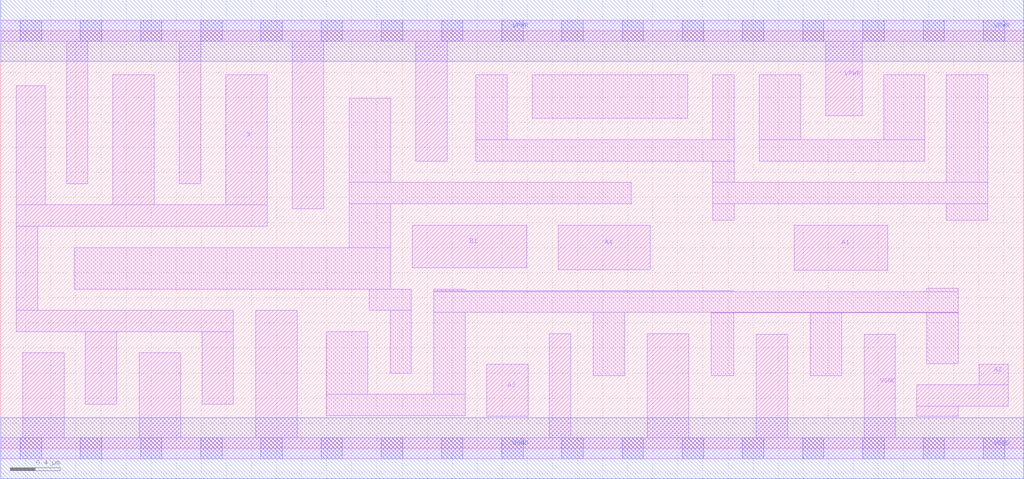
<source format=lef>
# Copyright 2020 The SkyWater PDK Authors
#
# Licensed under the Apache License, Version 2.0 (the "License");
# you may not use this file except in compliance with the License.
# You may obtain a copy of the License at
#
#     https://www.apache.org/licenses/LICENSE-2.0
#
# Unless required by applicable law or agreed to in writing, software
# distributed under the License is distributed on an "AS IS" BASIS,
# WITHOUT WARRANTIES OR CONDITIONS OF ANY KIND, either express or implied.
# See the License for the specific language governing permissions and
# limitations under the License.
#
# SPDX-License-Identifier: Apache-2.0

VERSION 5.7 ;
  NAMESCASESENSITIVE ON ;
  NOWIREEXTENSIONATPIN ON ;
  DIVIDERCHAR "/" ;
  BUSBITCHARS "[]" ;
UNITS
  DATABASE MICRONS 200 ;
END UNITS
MACRO sky130_fd_sc_ms__o41a_4
  CLASS CORE ;
  SOURCE USER ;
  FOREIGN sky130_fd_sc_ms__o41a_4 ;
  ORIGIN  0.000000  0.000000 ;
  SIZE  8.160000 BY  3.330000 ;
  SYMMETRY X Y ;
  SITE unit ;
  PIN A1
    ANTENNAGATEAREA  0.595200 ;
    DIRECTION INPUT ;
    USE SIGNAL ;
    PORT
      LAYER li1 ;
        RECT 6.330000 1.420000 7.075000 1.780000 ;
    END
  END A1
  PIN A2
    ANTENNAGATEAREA  0.595200 ;
    DIRECTION INPUT ;
    USE SIGNAL ;
    PORT
      LAYER li1 ;
        RECT 7.305000 0.255000 7.635000 0.335000 ;
        RECT 7.305000 0.335000 8.035000 0.505000 ;
        RECT 7.805000 0.505000 8.035000 0.670000 ;
    END
  END A2
  PIN A3
    ANTENNAGATEAREA  0.595200 ;
    DIRECTION INPUT ;
    USE SIGNAL ;
    PORT
      LAYER li1 ;
        RECT 3.875000 0.255000 4.205000 0.670000 ;
    END
  END A3
  PIN A4
    ANTENNAGATEAREA  0.595200 ;
    DIRECTION INPUT ;
    USE SIGNAL ;
    PORT
      LAYER li1 ;
        RECT 4.445000 1.425000 5.180000 1.780000 ;
    END
  END A4
  PIN B1
    ANTENNAGATEAREA  0.494400 ;
    DIRECTION INPUT ;
    USE SIGNAL ;
    PORT
      LAYER li1 ;
        RECT 3.280000 1.440000 4.195000 1.780000 ;
    END
  END B1
  PIN X
    ANTENNADIFFAREA  1.019200 ;
    DIRECTION OUTPUT ;
    USE SIGNAL ;
    PORT
      LAYER li1 ;
        RECT 0.125000 0.930000 1.855000 1.100000 ;
        RECT 0.125000 1.100000 0.295000 1.770000 ;
        RECT 0.125000 1.770000 2.125000 1.940000 ;
        RECT 0.125000 1.940000 0.355000 2.890000 ;
        RECT 0.675000 0.350000 0.925000 0.930000 ;
        RECT 0.895000 1.940000 1.225000 2.980000 ;
        RECT 1.605000 0.350000 1.855000 0.930000 ;
        RECT 1.795000 1.940000 2.125000 2.980000 ;
    END
  END X
  PIN VGND
    DIRECTION INOUT ;
    USE GROUND ;
    PORT
      LAYER li1 ;
        RECT 0.000000 -0.085000 8.160000 0.085000 ;
        RECT 0.175000  0.085000 0.505000 0.760000 ;
        RECT 1.105000  0.085000 1.435000 0.760000 ;
        RECT 2.035000  0.085000 2.365000 1.100000 ;
        RECT 4.375000  0.085000 4.545000 0.915000 ;
        RECT 5.155000  0.085000 5.485000 0.915000 ;
        RECT 6.025000  0.085000 6.275000 0.910000 ;
        RECT 6.885000  0.085000 7.135000 0.910000 ;
      LAYER mcon ;
        RECT 0.155000 -0.085000 0.325000 0.085000 ;
        RECT 0.635000 -0.085000 0.805000 0.085000 ;
        RECT 1.115000 -0.085000 1.285000 0.085000 ;
        RECT 1.595000 -0.085000 1.765000 0.085000 ;
        RECT 2.075000 -0.085000 2.245000 0.085000 ;
        RECT 2.555000 -0.085000 2.725000 0.085000 ;
        RECT 3.035000 -0.085000 3.205000 0.085000 ;
        RECT 3.515000 -0.085000 3.685000 0.085000 ;
        RECT 3.995000 -0.085000 4.165000 0.085000 ;
        RECT 4.475000 -0.085000 4.645000 0.085000 ;
        RECT 4.955000 -0.085000 5.125000 0.085000 ;
        RECT 5.435000 -0.085000 5.605000 0.085000 ;
        RECT 5.915000 -0.085000 6.085000 0.085000 ;
        RECT 6.395000 -0.085000 6.565000 0.085000 ;
        RECT 6.875000 -0.085000 7.045000 0.085000 ;
        RECT 7.355000 -0.085000 7.525000 0.085000 ;
        RECT 7.835000 -0.085000 8.005000 0.085000 ;
      LAYER met1 ;
        RECT 0.000000 -0.245000 8.160000 0.245000 ;
    END
  END VGND
  PIN VPWR
    DIRECTION INOUT ;
    USE POWER ;
    PORT
      LAYER li1 ;
        RECT 0.000000 3.245000 8.160000 3.415000 ;
        RECT 0.525000 2.110000 0.695000 3.245000 ;
        RECT 1.425000 2.110000 1.595000 3.245000 ;
        RECT 2.325000 1.910000 2.575000 3.245000 ;
        RECT 3.310000 2.290000 3.560000 3.245000 ;
        RECT 6.580000 2.650000 6.870000 3.245000 ;
      LAYER mcon ;
        RECT 0.155000 3.245000 0.325000 3.415000 ;
        RECT 0.635000 3.245000 0.805000 3.415000 ;
        RECT 1.115000 3.245000 1.285000 3.415000 ;
        RECT 1.595000 3.245000 1.765000 3.415000 ;
        RECT 2.075000 3.245000 2.245000 3.415000 ;
        RECT 2.555000 3.245000 2.725000 3.415000 ;
        RECT 3.035000 3.245000 3.205000 3.415000 ;
        RECT 3.515000 3.245000 3.685000 3.415000 ;
        RECT 3.995000 3.245000 4.165000 3.415000 ;
        RECT 4.475000 3.245000 4.645000 3.415000 ;
        RECT 4.955000 3.245000 5.125000 3.415000 ;
        RECT 5.435000 3.245000 5.605000 3.415000 ;
        RECT 5.915000 3.245000 6.085000 3.415000 ;
        RECT 6.395000 3.245000 6.565000 3.415000 ;
        RECT 6.875000 3.245000 7.045000 3.415000 ;
        RECT 7.355000 3.245000 7.525000 3.415000 ;
        RECT 7.835000 3.245000 8.005000 3.415000 ;
      LAYER met1 ;
        RECT 0.000000 3.085000 8.160000 3.575000 ;
    END
  END VPWR
  OBS
    LAYER li1 ;
      RECT 0.585000 1.270000 3.110000 1.600000 ;
      RECT 2.595000 0.260000 3.705000 0.430000 ;
      RECT 2.595000 0.430000 2.925000 0.930000 ;
      RECT 2.780000 1.600000 3.110000 1.950000 ;
      RECT 2.780000 1.950000 5.030000 2.120000 ;
      RECT 2.780000 2.120000 3.110000 2.790000 ;
      RECT 2.940000 1.100000 3.275000 1.270000 ;
      RECT 3.105000 0.600000 3.275000 1.100000 ;
      RECT 3.455000 0.430000 3.705000 1.085000 ;
      RECT 3.455000 1.085000 7.635000 1.250000 ;
      RECT 3.455000 1.250000 5.845000 1.255000 ;
      RECT 3.455000 1.255000 3.705000 1.270000 ;
      RECT 3.790000 2.290000 5.850000 2.460000 ;
      RECT 3.790000 2.460000 4.040000 2.980000 ;
      RECT 4.240000 2.630000 5.480000 2.980000 ;
      RECT 4.725000 0.580000 4.975000 1.085000 ;
      RECT 5.665000 0.580000 5.845000 1.080000 ;
      RECT 5.665000 1.080000 7.635000 1.085000 ;
      RECT 5.680000 1.820000 5.850000 1.950000 ;
      RECT 5.680000 1.950000 7.870000 2.120000 ;
      RECT 5.680000 2.120000 5.850000 2.290000 ;
      RECT 5.680000 2.460000 5.850000 2.980000 ;
      RECT 6.050000 2.290000 7.370000 2.460000 ;
      RECT 6.050000 2.460000 6.380000 2.980000 ;
      RECT 6.455000 0.580000 6.705000 1.080000 ;
      RECT 7.040000 2.460000 7.370000 2.980000 ;
      RECT 7.385000 0.675000 7.635000 1.080000 ;
      RECT 7.385000 1.250000 7.635000 1.275000 ;
      RECT 7.540000 1.820000 7.870000 1.950000 ;
      RECT 7.540000 2.120000 7.870000 2.980000 ;
  END
END sky130_fd_sc_ms__o41a_4

</source>
